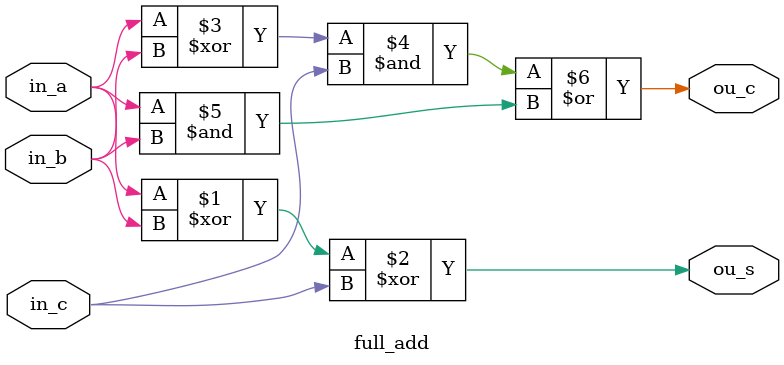
<source format=v>
module b8_full_add(in_a, in_b, in_c, ou_c, ou_s);
	input [7:0] in_a, in_b;
	input in_c;
	output [7:0] ou_s;
	output ou_c;
	wire cou;
	
	b4_full_add f8_0({in_a[3], in_a[2], in_a[1], in_a[0]},{in_b[3], in_b[2], in_b[1], in_b[0]}, in_c, cou, {ou_s[3], ou_s[2], ou_s[1], ou_s[0]});
	b4_full_add f8_1({in_a[7], in_a[6], in_a[5], in_a[4]},{in_b[7], in_b[6], in_b[5], in_b[4]}, cou, ou_c, {ou_s[7], ou_s[6], ou_s[5], ou_s[4]});

endmodule

module b4_full_add(in_a, in_b, in_c, ou_c, ou_s);
	input [3:0] in_a, in_b;
	input in_c;
	output [3:0] ou_s;
	output ou_c;
	wire [3:1] cou;
	
	full_add f4_0(in_a[0], in_b[0], in_c  , cou[1], ou_s[0]);
	full_add f4_1(in_a[1], in_b[1], cou[1], cou[2], ou_s[1]);
	full_add f4_2(in_a[2], in_b[2], cou[2], cou[3], ou_s[2]);
	full_add f4_3(in_a[3], in_b[3], cou[3],   ou_c, ou_s[3]);
	
endmodule

module full_add(in_a, in_b, in_c, ou_c, ou_s);
	input in_a, in_b, in_c;
	output ou_c, ou_s;
	wire ou_c, ou_s;
	
	assign ou_s = (in_a^in_b) ^ (in_c);
	assign ou_c = ((in_a^in_b)&in_c) | (in_a&in_b);
	
endmodule
	 
	
	
/*
	table
	//a b c : s c
	  0 0 0 : 0 0
	  0 0 1 : 1 0
	  0 1 0 : 1 0 
	  0 1 1 : 0 1 
	  1 0 0 : 1 0 
	  1 0 1 : 0 1 
	  1 1 0 : 0 1 
	  1 1 1 : 1 1 
	  
*/
</source>
